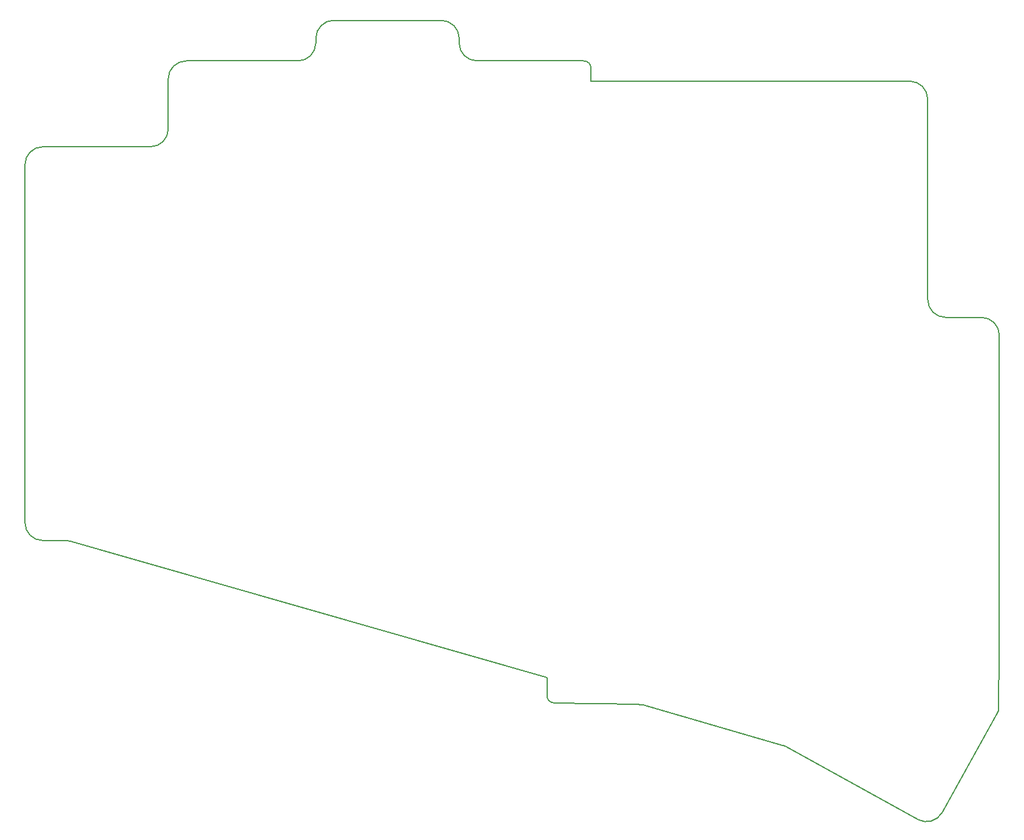
<source format=gbr>
%TF.GenerationSoftware,KiCad,Pcbnew,6.0.11+dfsg-1*%
%TF.CreationDate,2023-05-31T00:32:04+03:00*%
%TF.ProjectId,pcb,7063622e-6b69-4636-9164-5f7063625858,v1.0.0*%
%TF.SameCoordinates,Original*%
%TF.FileFunction,Profile,NP*%
%FSLAX46Y46*%
G04 Gerber Fmt 4.6, Leading zero omitted, Abs format (unit mm)*
G04 Created by KiCad (PCBNEW 6.0.11+dfsg-1) date 2023-05-31 00:32:04*
%MOMM*%
%LPD*%
G01*
G04 APERTURE LIST*
%TA.AperFunction,Profile*%
%ADD10C,0.150000*%
%TD*%
G04 APERTURE END LIST*
D10*
X-7500000Y46500000D02*
G75*
G03*
X-10000000Y44000000I0J-2500000D01*
G01*
X-10000000Y-6000000D02*
G75*
G03*
X-7500000Y-8500000I2500000J0D01*
G01*
X30600000Y61000000D02*
X30600000Y61666667D01*
X10000000Y49000000D02*
X10000000Y56000000D01*
X114610860Y-47470491D02*
G75*
G03*
X118009420Y-46495989I1212040J2186491D01*
G01*
X-3625116Y-8596846D02*
G75*
G03*
X-4314209Y-8500000I-689094J-2403150D01*
G01*
X28100000Y58500000D02*
G75*
G03*
X30600000Y61000000I0J2500000D01*
G01*
X69000000Y55666667D02*
X69000000Y57500000D01*
X62870482Y-30175119D02*
G75*
G03*
X63852872Y-31192419I999818J-17481D01*
G01*
X126000000Y-3272784D02*
X125991776Y-23775763D01*
X115999967Y25166667D02*
G75*
G03*
X118500000Y22666667I2500033J33D01*
G01*
X33100000Y64166670D02*
G75*
G03*
X30600000Y61666667I0J-2500000D01*
G01*
X125999967Y20166667D02*
G75*
G03*
X123500000Y22666667I-2499967J33D01*
G01*
X96284767Y-37312192D02*
G75*
G03*
X95761833Y-37095595I-1211967J-2186508D01*
G01*
X118009420Y-46495989D02*
X125863336Y-32327149D01*
X115999967Y53166667D02*
G75*
G03*
X113500000Y55666667I-2499967J33D01*
G01*
X96284763Y-37312200D02*
X114610847Y-47470514D01*
X33100000Y64166667D02*
X48100000Y64166667D01*
X125843430Y-32274469D02*
X125765855Y-32273115D01*
X7500000Y46500000D02*
G75*
G03*
X10000000Y49000000I0J2500000D01*
G01*
X50599967Y61666667D02*
G75*
G03*
X48100000Y64166667I-2499967J33D01*
G01*
X76225284Y-31493573D02*
G75*
G03*
X75579820Y-31397114I-689084J-2403227D01*
G01*
X62914089Y-27676656D02*
X-3625116Y-8596846D01*
X63852873Y-31192420D02*
X75579820Y-31397114D01*
X12500000Y58500000D02*
X28100000Y58500000D01*
X69000000Y55666667D02*
X113500000Y55666667D01*
X50600000Y61666667D02*
X50600000Y61000000D01*
X-10000000Y-6000000D02*
X-10000000Y44000000D01*
X12500000Y58500000D02*
G75*
G03*
X10000000Y56000000I0J-2500000D01*
G01*
X50600000Y61000000D02*
G75*
G03*
X53100000Y58500000I2500000J0D01*
G01*
X118500000Y22666667D02*
X123500000Y22666667D01*
X53100000Y58500000D02*
X68000000Y58500000D01*
X126000000Y-3272784D02*
X126000000Y20166667D01*
X76225282Y-31493579D02*
X95761832Y-37095595D01*
X116000000Y25166667D02*
X116000000Y53166667D01*
X62914089Y-27676656D02*
X62870478Y-30175119D01*
X125991776Y-23775763D02*
X125843430Y-32274469D01*
X125765855Y-32273115D02*
X125863336Y-32327149D01*
X69000000Y57500000D02*
G75*
G03*
X68000000Y58500000I-1000000J0D01*
G01*
X-7500000Y-8500000D02*
X-4314210Y-8500000D01*
X-7500000Y46500000D02*
X7500000Y46500000D01*
M02*

</source>
